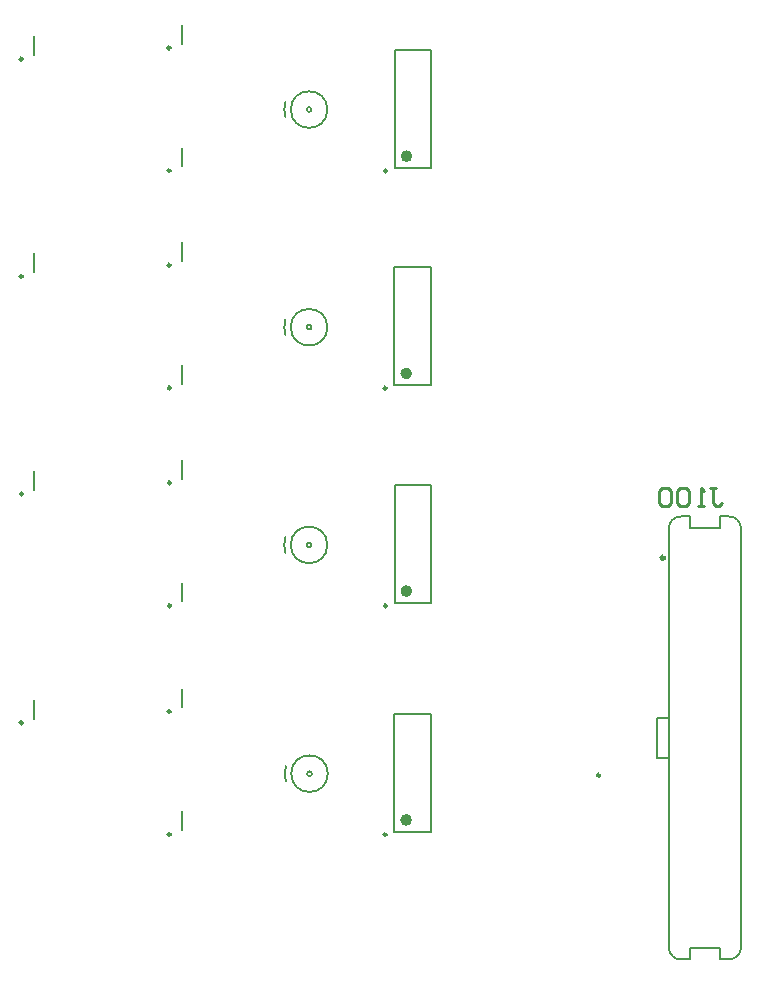
<source format=gbo>
G04*
G04 #@! TF.GenerationSoftware,Altium Limited,Altium Designer,21.0.9 (235)*
G04*
G04 Layer_Color=32896*
%FSLAX25Y25*%
%MOIN*%
G70*
G04*
G04 #@! TF.SameCoordinates,4626A756-FD0A-4D7F-A62D-B668EF0F2538*
G04*
G04*
G04 #@! TF.FilePolarity,Positive*
G04*
G01*
G75*
%ADD10C,0.00787*%
%ADD11C,0.00984*%
%ADD12C,0.01000*%
%ADD109C,0.01181*%
%ADD110C,0.01968*%
D10*
X270008Y228719D02*
G03*
X270008Y228719I-6102J0D01*
G01*
X264713D02*
G03*
X264713Y228719I-807J0D01*
G01*
X256044Y231278D02*
G03*
X256044Y226160I7862J-2559D01*
G01*
X407854Y161697D02*
G03*
X403917Y165634I-3937J0D01*
G01*
Y17996D02*
G03*
X407854Y21933I0J3937D01*
G01*
X383839D02*
G03*
X387776Y17996I3937J0D01*
G01*
Y165634D02*
G03*
X383839Y161697I0J-3937D01*
G01*
X256192Y82459D02*
G03*
X256192Y77341I7862J-2559D01*
G01*
X264861Y79900D02*
G03*
X264861Y79900I-807J0D01*
G01*
X270156D02*
G03*
X270156Y79900I-6102J0D01*
G01*
X256040Y303825D02*
G03*
X256040Y298707I7862J-2559D01*
G01*
X264709Y301266D02*
G03*
X264709Y301266I-807J0D01*
G01*
X270004D02*
G03*
X270004Y301266I-6102J0D01*
G01*
Y156144D02*
G03*
X270004Y156144I-6102J0D01*
G01*
X264709D02*
G03*
X264709Y156144I-807J0D01*
G01*
X256040Y158703D02*
G03*
X256040Y153585I7862J-2559D01*
G01*
X221594Y101967D02*
Y108267D01*
X292307Y60546D02*
Y99916D01*
X304512Y60546D02*
Y99916D01*
X292307Y60546D02*
X304512D01*
X292307Y99916D02*
X304512D01*
X379902Y98547D02*
X383839D01*
X379902Y85161D02*
Y98547D01*
Y85161D02*
X383839D01*
Y21933D02*
Y161697D01*
X407854Y21933D02*
Y161697D01*
X390846Y17996D02*
Y21933D01*
X400846Y17996D02*
Y21933D01*
X390846D02*
X400846D01*
X387776Y17996D02*
X390846D01*
Y161697D02*
Y165634D01*
X400846Y161697D02*
Y165634D01*
X390846Y161697D02*
X400846D01*
Y165634D02*
X403917D01*
X387776D02*
X390846D01*
X400846Y17996D02*
X403917D01*
X387776D02*
X390846D01*
X292454Y281804D02*
Y321174D01*
X304659Y281804D02*
Y321174D01*
X292454Y281804D02*
X304659D01*
X292454Y321174D02*
X304659D01*
X292347Y248724D02*
X304552D01*
X292347Y209353D02*
X304552D01*
Y248724D01*
X292347Y209353D02*
Y248724D01*
X292386Y176178D02*
X304591D01*
X292386Y136808D02*
X304591D01*
Y176178D01*
X292386Y136808D02*
Y176178D01*
X172235Y319511D02*
Y325811D01*
X172324Y247061D02*
Y253360D01*
X172363Y174515D02*
Y180815D01*
X172284Y98253D02*
Y104552D01*
X221577Y282302D02*
Y288601D01*
X221666Y209851D02*
Y216150D01*
X221705Y137306D02*
Y143605D01*
X221626Y61043D02*
Y67342D01*
X221545Y323226D02*
Y329525D01*
X221634Y250775D02*
Y257074D01*
X221673Y178230D02*
Y184529D01*
D11*
X217756Y100589D02*
G03*
X217756Y100589I-492J0D01*
G01*
X360934Y79382D02*
G03*
X360934Y79382I-492J0D01*
G01*
X289748Y59561D02*
G03*
X289748Y59561I-492J0D01*
G01*
X289895Y280820D02*
G03*
X289895Y280820I-492J0D01*
G01*
X289788Y208369D02*
G03*
X289788Y208369I-492J0D01*
G01*
X289827Y135824D02*
G03*
X289827Y135824I-492J0D01*
G01*
X168396Y318133D02*
G03*
X168396Y318133I-492J0D01*
G01*
X168486Y245683D02*
G03*
X168486Y245683I-492J0D01*
G01*
X168525Y173137D02*
G03*
X168525Y173137I-492J0D01*
G01*
X168446Y96875D02*
G03*
X168446Y96875I-492J0D01*
G01*
X217738Y280924D02*
G03*
X217738Y280924I-492J0D01*
G01*
X217828Y208473D02*
G03*
X217828Y208473I-492J0D01*
G01*
X217866Y135928D02*
G03*
X217866Y135928I-492J0D01*
G01*
X217787Y59665D02*
G03*
X217787Y59665I-492J0D01*
G01*
X217706Y321848D02*
G03*
X217706Y321848I-492J0D01*
G01*
X217796Y249397D02*
G03*
X217796Y249397I-492J0D01*
G01*
X217835Y176852D02*
G03*
X217835Y176852I-492J0D01*
G01*
D12*
X397455Y174998D02*
X399454D01*
X398454D01*
Y170000D01*
X399454Y169000D01*
X400454D01*
X401453Y170000D01*
X395456Y169000D02*
X393456D01*
X394456D01*
Y174998D01*
X395456Y173998D01*
X390457D02*
X389457Y174998D01*
X387458D01*
X386458Y173998D01*
Y170000D01*
X387458Y169000D01*
X389457D01*
X390457Y170000D01*
Y173998D01*
X384459D02*
X383459Y174998D01*
X381460D01*
X380460Y173998D01*
Y170000D01*
X381460Y169000D01*
X383459D01*
X384459Y170000D01*
Y173998D01*
D109*
X382437Y151854D02*
G03*
X382437Y151854I-591J0D01*
G01*
D110*
X297228Y64483D02*
G03*
X297228Y64483I-984J0D01*
G01*
X297376Y285741D02*
G03*
X297376Y285741I-984J0D01*
G01*
X297268Y213291D02*
G03*
X297268Y213291I-984J0D01*
G01*
X297307Y140745D02*
G03*
X297307Y140745I-984J0D01*
G01*
M02*

</source>
